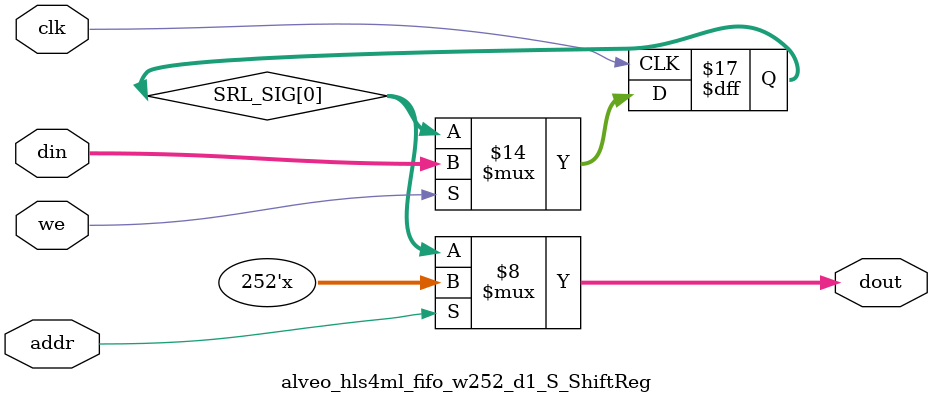
<source format=v>

`timescale 1 ns / 1 ps

module alveo_hls4ml_fifo_w252_d1_S
#(parameter
    MEM_STYLE   = "shiftReg",
    DATA_WIDTH  = 252,
    ADDR_WIDTH  = 1,
    DEPTH       = 1)
(
    // system signal
    input  wire                  clk,
    input  wire                  reset,

    // write
    output wire                  if_full_n,
    input  wire                  if_write_ce,
    input  wire                  if_write,
    input  wire [DATA_WIDTH-1:0] if_din,
    
    // read 
    output wire [ADDR_WIDTH:0]   if_num_data_valid, // for FRP
    output wire [ADDR_WIDTH:0]   if_fifo_cap,       // for FRP
    output wire                  if_empty_n,
    input  wire                  if_read_ce,
    input  wire                  if_read,
    output wire [DATA_WIDTH-1:0] if_dout
);
//------------------------Parameter----------------------

//------------------------Local signal-------------------
wire [ADDR_WIDTH-1:0] addr;
wire                  push;
wire                  pop;
reg signed [ADDR_WIDTH:0]   mOutPtr;
reg                   empty_n = 1'b0;
reg                   full_n  = 1'b1;
// with almost full?  no 
//------------------------Instantiation------------------
alveo_hls4ml_fifo_w252_d1_S_ShiftReg 
#(  .DATA_WIDTH (DATA_WIDTH),
    .ADDR_WIDTH (ADDR_WIDTH),
    .DEPTH      (DEPTH))
U_alveo_hls4ml_fifo_w252_d1_S_ShiftReg (
    .clk        (clk),
    .we         (push),
    .addr       (addr),
    .din        (if_din),
    .dout       (if_dout)
);
//------------------------Task and function--------------

//------------------------Body---------------------------
// has num_data_valid ? 
assign if_num_data_valid = mOutPtr + 1'b1; // yes
assign if_fifo_cap = DEPTH; // yes 

// has almost full ? 
assign if_full_n  = full_n; //no 
assign if_empty_n = empty_n;

assign push = (if_write & if_write_ce) & full_n;
assign pop  = (if_read & if_read_ce) & empty_n;
assign addr = mOutPtr[ADDR_WIDTH] == 1'b0 ? mOutPtr[ADDR_WIDTH-1:0]:{ADDR_WIDTH{1'b0}};

// full_n
always @(posedge clk ) begin
    if (reset == 1'b1)
        full_n <= 1'b1;
    else if (push & ~pop) begin
        if (mOutPtr == DEPTH - 2)
            full_n <= 1'b0;
    end
    else if (~push & pop)
        full_n <= 1'b1;
end

// almost_full_n 

// empty_n
always @(posedge clk ) begin
    if (reset == 1'b1)
        empty_n <= 1'b0;
    else if (push & ~pop)
        empty_n <= 1'b1;
    else if (~push & pop) begin
        if (mOutPtr == 0)
            empty_n <= 1'b0;
    end
end

// mOutPtr
always @(posedge clk ) begin
    if (reset == 1'b1)
        mOutPtr <= {ADDR_WIDTH+1{1'b1}};
    else if (push & ~pop)
        mOutPtr <= mOutPtr + 1'b1;
    else if (~push & pop)
        mOutPtr <= mOutPtr - 1'b1;
end

endmodule  


module alveo_hls4ml_fifo_w252_d1_S_ShiftReg
#(parameter
    DATA_WIDTH  = 252,
    ADDR_WIDTH  = 1,
    DEPTH       = 1)
(
    input  wire                  clk,
    input  wire                  we,
    input  wire [ADDR_WIDTH-1:0] addr,
    input  wire [DATA_WIDTH-1:0] din,
    output wire [DATA_WIDTH-1:0] dout
);

reg [DATA_WIDTH-1:0] SRL_SIG [0:DEPTH-1];
integer i;

always @ (posedge clk) begin
    if (we) begin
        for (i=0; i<DEPTH-1; i=i+1)
            SRL_SIG[i+1] <= SRL_SIG[i];
        SRL_SIG[0] <= din;
    end
end

assign dout = SRL_SIG[addr];

endmodule

</source>
